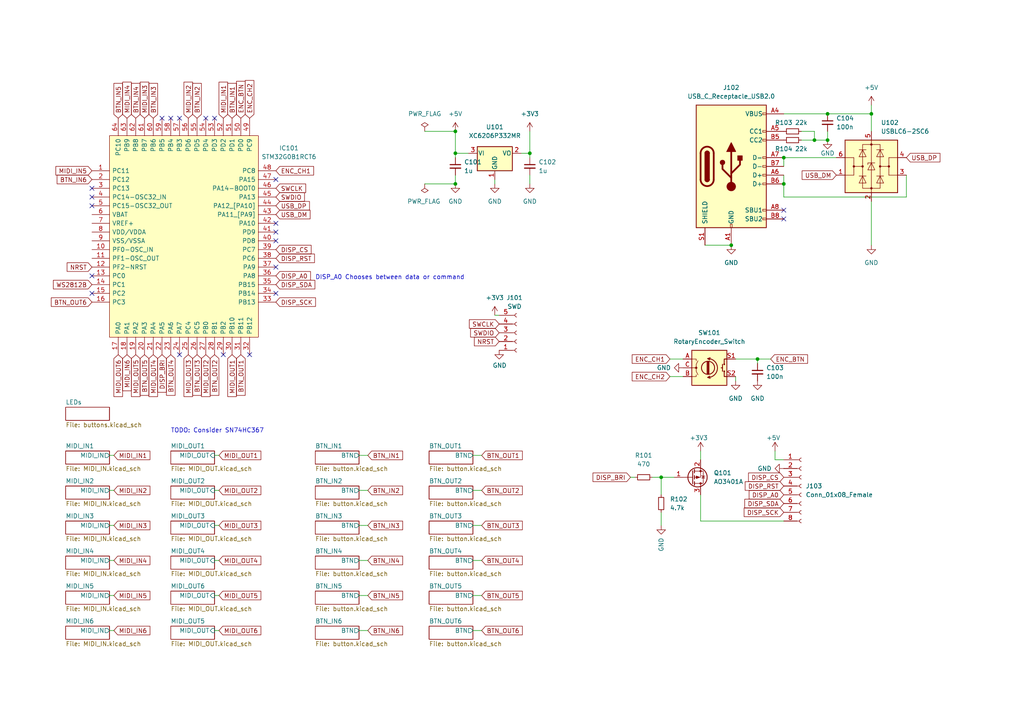
<source format=kicad_sch>
(kicad_sch (version 20211123) (generator eeschema)
  (paper "A4")
  (lib_symbols
    (symbol "Connector:Conn_01x05_Female" (pin_names (offset 1.016) hide)
      (property "Reference" "J" (at 0 7.62 0))
      (property "Value" "Conn_01x05_Female" (at 0 -7.62 0))
      (symbol "Conn_01x05_Female_1_1"
        (arc (start 0 -4.572) (mid -0.508 -5.08) (end 0 -5.588) (stroke (width 0.1524)))
        (arc (start 0 -2.032) (mid -0.508 -2.54) (end 0 -3.048) (stroke (width 0.1524)))
        (polyline (pts (xy -1.27 -5.08) (xy -0.508 -5.08)) (stroke (width 0.1524)))
        (polyline (pts (xy -1.27 -2.54) (xy -0.508 -2.54)) (stroke (width 0.1524)))
        (polyline (pts (xy -1.27 0) (xy -0.508 0)) (stroke (width 0.1524)))
        (polyline (pts (xy -1.27 2.54) (xy -0.508 2.54)) (stroke (width 0.1524)))
        (polyline (pts (xy -1.27 5.08) (xy -0.508 5.08)) (stroke (width 0.1524)))
        (arc (start 0 0.508) (mid -0.508 0) (end 0 -0.508) (stroke (width 0.1524)))
        (arc (start 0 3.048) (mid -0.508 2.54) (end 0 2.032) (stroke (width 0.1524)))
        (arc (start 0 5.588) (mid -0.508 5.08) (end 0 4.572) (stroke (width 0.1524)))
        (pin passive line (at -5.08 5.08 0) (length 3.81) (name "Pin_1") (number "1"))
        (pin passive line (at -5.08 2.54 0) (length 3.81) (name "Pin_2") (number "2"))
        (pin passive line (at -5.08 0 0) (length 3.81) (name "Pin_3") (number "3"))
        (pin passive line (at -5.08 -2.54 0) (length 3.81) (name "Pin_4") (number "4"))
        (pin passive line (at -5.08 -5.08 0) (length 3.81) (name "Pin_5") (number "5"))
      )
    )
    (symbol "Connector:Conn_01x08_Female" (pin_names (offset 1.016) hide)
      (property "Reference" "J" (at 0 10.16 0))
      (property "Value" "Conn_01x08_Female" (at 0 -12.7 0))
      (symbol "Conn_01x08_Female_1_1"
        (arc (start 0 -9.652) (mid -0.508 -10.16) (end 0 -10.668) (stroke (width 0.1524)))
        (arc (start 0 -7.112) (mid -0.508 -7.62) (end 0 -8.128) (stroke (width 0.1524)))
        (arc (start 0 -4.572) (mid -0.508 -5.08) (end 0 -5.588) (stroke (width 0.1524)))
        (arc (start 0 -2.032) (mid -0.508 -2.54) (end 0 -3.048) (stroke (width 0.1524)))
        (polyline (pts (xy -1.27 -10.16) (xy -0.508 -10.16)) (stroke (width 0.1524)))
        (polyline (pts (xy -1.27 -7.62) (xy -0.508 -7.62)) (stroke (width 0.1524)))
        (polyline (pts (xy -1.27 -5.08) (xy -0.508 -5.08)) (stroke (width 0.1524)))
        (polyline (pts (xy -1.27 -2.54) (xy -0.508 -2.54)) (stroke (width 0.1524)))
        (polyline (pts (xy -1.27 0) (xy -0.508 0)) (stroke (width 0.1524)))
        (polyline (pts (xy -1.27 2.54) (xy -0.508 2.54)) (stroke (width 0.1524)))
        (polyline (pts (xy -1.27 5.08) (xy -0.508 5.08)) (stroke (width 0.1524)))
        (polyline (pts (xy -1.27 7.62) (xy -0.508 7.62)) (stroke (width 0.1524)))
        (arc (start 0 0.508) (mid -0.508 0) (end 0 -0.508) (stroke (width 0.1524)))
        (arc (start 0 3.048) (mid -0.508 2.54) (end 0 2.032) (stroke (width 0.1524)))
        (arc (start 0 5.588) (mid -0.508 5.08) (end 0 4.572) (stroke (width 0.1524)))
        (arc (start 0 8.128) (mid -0.508 7.62) (end 0 7.112) (stroke (width 0.1524)))
        (pin passive line (at -5.08 7.62 0) (length 3.81) (name "Pin_1") (number "1"))
        (pin passive line (at -5.08 5.08 0) (length 3.81) (name "Pin_2") (number "2"))
        (pin passive line (at -5.08 2.54 0) (length 3.81) (name "Pin_3") (number "3"))
        (pin passive line (at -5.08 0 0) (length 3.81) (name "Pin_4") (number "4"))
        (pin passive line (at -5.08 -2.54 0) (length 3.81) (name "Pin_5") (number "5"))
        (pin passive line (at -5.08 -5.08 0) (length 3.81) (name "Pin_6") (number "6"))
        (pin passive line (at -5.08 -7.62 0) (length 3.81) (name "Pin_7") (number "7"))
        (pin passive line (at -5.08 -10.16 0) (length 3.81) (name "Pin_8") (number "8"))
      )
    )
    (symbol "Connector:USB_C_Receptacle_USB2.0" (pin_names (offset 1.016))
      (property "Reference" "J" (at -10.16 19.05 0))
      (property "Value" "USB_C_Receptacle_USB2.0" (at 19.05 19.05 0))
      (symbol "USB_C_Receptacle_USB2.0_0_0"
        (rectangle (start -0.254 -17.78) (end 0.254 -16.764))
        (rectangle (start 10.16 -14.986) (end 9.144 -15.494))
        (rectangle (start 10.16 -12.446) (end 9.144 -12.954))
        (rectangle (start 10.16 -4.826) (end 9.144 -5.334))
        (rectangle (start 10.16 -2.286) (end 9.144 -2.794))
        (rectangle (start 10.16 0.254) (end 9.144 -0.254))
        (rectangle (start 10.16 2.794) (end 9.144 2.286))
        (rectangle (start 10.16 7.874) (end 9.144 7.366))
        (rectangle (start 10.16 10.414) (end 9.144 9.906))
        (rectangle (start 10.16 15.494) (end 9.144 14.986))
      )
      (symbol "USB_C_Receptacle_USB2.0_0_1"
        (rectangle (start -10.16 17.78) (end 10.16 -17.78) (stroke (width 0.254)) (fill (type background)))
        (arc (start -8.89 -3.81) (mid -6.985 -5.715) (end -5.08 -3.81) (stroke (width 0.508)))
        (arc (start -7.62 -3.81) (mid -6.985 -4.445) (end -6.35 -3.81) (stroke (width 0.254)))
        (arc (start -7.62 -3.81) (mid -6.985 -4.445) (end -6.35 -3.81) (stroke (width 0.254)) (fill (type outline)))
        (rectangle (start -7.62 -3.81) (end -6.35 3.81) (stroke (width 0.254)) (fill (type outline)))
        (arc (start -6.35 3.81) (mid -6.985 4.445) (end -7.62 3.81) (stroke (width 0.254)))
        (arc (start -6.35 3.81) (mid -6.985 4.445) (end -7.62 3.81) (stroke (width 0.254)) (fill (type outline)))
        (arc (start -5.08 3.81) (mid -6.985 5.715) (end -8.89 3.81) (stroke (width 0.508)))
        (circle (center -2.54 1.143) (radius 0.635) (stroke (width 0.254)) (fill (type outline)))
        (circle (center 0 -5.842) (radius 1.27) (fill (type outline)))
        (polyline (pts (xy -8.89 -3.81) (xy -8.89 3.81)) (stroke (width 0.508)))
        (polyline (pts (xy -5.08 3.81) (xy -5.08 -3.81)) (stroke (width 0.508)))
        (polyline (pts (xy 0 -5.842) (xy 0 4.318)) (stroke (width 0.508)))
        (polyline (pts (xy 0 -3.302) (xy -2.54 -0.762) (xy -2.54 0.508)) (stroke (width 0.508)))
        (polyline (pts (xy 0 -2.032) (xy 2.54 0.508) (xy 2.54 1.778)) (stroke (width 0.508)))
        (polyline (pts (xy -1.27 4.318) (xy 0 6.858) (xy 1.27 4.318) (xy -1.27 4.318)) (stroke (width 0.254)) (fill (type outline)))
        (rectangle (start 1.905 1.778) (end 3.175 3.048) (stroke (width 0.254)) (fill (type outline)))
      )
      (symbol "USB_C_Receptacle_USB2.0_1_1"
        (pin passive line (at 0 -22.86 90) (length 5.08) (name "GND") (number "A1"))
        (pin passive line (at 0 -22.86 90) (length 5.08) hide (name "GND") (number "A12"))
        (pin passive line (at 15.24 15.24 180) (length 5.08) (name "VBUS") (number "A4"))
        (pin bidirectional line (at 15.24 10.16 180) (length 5.08) (name "CC1") (number "A5"))
        (pin bidirectional line (at 15.24 -2.54 180) (length 5.08) (name "D+") (number "A6"))
        (pin bidirectional line (at 15.24 2.54 180) (length 5.08) (name "D-") (number "A7"))
        (pin bidirectional line (at 15.24 -12.7 180) (length 5.08) (name "SBU1") (number "A8"))
        (pin passive line (at 15.24 15.24 180) (length 5.08) hide (name "VBUS") (number "A9"))
        (pin passive line (at 0 -22.86 90) (length 5.08) hide (name "GND") (number "B1"))
        (pin passive line (at 0 -22.86 90) (length 5.08) hide (name "GND") (number "B12"))
        (pin passive line (at 15.24 15.24 180) (length 5.08) hide (name "VBUS") (number "B4"))
        (pin bidirectional line (at 15.24 7.62 180) (length 5.08) (name "CC2") (number "B5"))
        (pin bidirectional line (at 15.24 -5.08 180) (length 5.08) (name "D+") (number "B6"))
        (pin bidirectional line (at 15.24 0 180) (length 5.08) (name "D-") (number "B7"))
        (pin bidirectional line (at 15.24 -15.24 180) (length 5.08) (name "SBU2") (number "B8"))
        (pin passive line (at 15.24 15.24 180) (length 5.08) hide (name "VBUS") (number "B9"))
        (pin passive line (at -7.62 -22.86 90) (length 5.08) (name "SHIELD") (number "S1"))
      )
    )
    (symbol "Device:C_Small" (pin_numbers hide) (pin_names (offset 0.254) hide)
      (property "Reference" "C" (at 0.254 1.778 0))
      (property "Value" "C_Small" (at 0.254 -2.032 0))
      (symbol "C_Small_0_1"
        (polyline (pts (xy -1.524 -0.508) (xy 1.524 -0.508)) (stroke (width 0.3302)))
        (polyline (pts (xy -1.524 0.508) (xy 1.524 0.508)) (stroke (width 0.3048)))
      )
      (symbol "C_Small_1_1"
        (pin passive line (at 0 2.54 270) (length 2.032) (name "~") (number "1"))
        (pin passive line (at 0 -2.54 90) (length 2.032) (name "~") (number "2"))
      )
    )
    (symbol "Device:R_Small" (pin_numbers hide) (pin_names (offset 0.254) hide)
      (property "Reference" "R" (at 0.762 0.508 0))
      (property "Value" "R_Small" (at 0.762 -1.016 0))
      (symbol "R_Small_0_1"
        (rectangle (start -0.762 1.778) (end 0.762 -1.778) (stroke (width 0.2032)))
      )
      (symbol "R_Small_1_1"
        (pin passive line (at 0 2.54 270) (length 0.762) (name "~") (number "1"))
        (pin passive line (at 0 -2.54 90) (length 0.762) (name "~") (number "2"))
      )
    )
    (symbol "Device:RotaryEncoder_Switch" (pin_names (offset 0.254) hide)
      (property "Reference" "SW" (at 0 6.604 0))
      (property "Value" "RotaryEncoder_Switch" (at 0 -6.604 0))
      (symbol "RotaryEncoder_Switch_0_1"
        (rectangle (start -5.08 5.08) (end 5.08 -5.08) (stroke (width 0.254)) (fill (type background)))
        (circle (center -3.81 0) (radius 0.254) (fill (type outline)))
        (arc (start -0.381 -2.794) (mid 2.3622 -0.0508) (end -0.381 2.667) (stroke (width 0.254)))
        (circle (center -0.381 0) (radius 1.905) (stroke (width 0.254)))
        (polyline (pts (xy -0.635 -1.778) (xy -0.635 1.778)) (stroke (width 0.254)))
        (polyline (pts (xy -0.381 -1.778) (xy -0.381 1.778)) (stroke (width 0.254)))
        (polyline (pts (xy -0.127 1.778) (xy -0.127 -1.778)) (stroke (width 0.254)))
        (polyline (pts (xy 3.81 0) (xy 3.429 0)) (stroke (width 0.254)))
        (polyline (pts (xy 3.81 1.016) (xy 3.81 -1.016)) (stroke (width 0.254)))
        (polyline (pts (xy -5.08 -2.54) (xy -3.81 -2.54) (xy -3.81 -2.032)))
        (polyline (pts (xy -5.08 2.54) (xy -3.81 2.54) (xy -3.81 2.032)))
        (polyline (pts (xy 0.254 -3.048) (xy -0.508 -2.794) (xy 0.127 -2.413)) (stroke (width 0.254)))
        (polyline (pts (xy 0.254 2.921) (xy -0.508 2.667) (xy 0.127 2.286)) (stroke (width 0.254)))
        (polyline (pts (xy 5.08 -2.54) (xy 4.318 -2.54) (xy 4.318 -1.016)) (stroke (width 0.254)))
        (polyline (pts (xy 5.08 2.54) (xy 4.318 2.54) (xy 4.318 1.016)) (stroke (width 0.254)))
        (polyline (pts (xy -5.08 0) (xy -3.81 0) (xy -3.81 -1.016) (xy -3.302 -2.032)))
        (polyline (pts (xy -4.318 0) (xy -3.81 0) (xy -3.81 1.016) (xy -3.302 2.032)))
        (circle (center 4.318 -1.016) (radius 0.127) (stroke (width 0.254)))
        (circle (center 4.318 1.016) (radius 0.127) (stroke (width 0.254)))
      )
      (symbol "RotaryEncoder_Switch_1_1"
        (pin passive line (at -7.62 2.54 0) (length 2.54) (name "A") (number "A"))
        (pin passive line (at -7.62 -2.54 0) (length 2.54) (name "B") (number "B"))
        (pin passive line (at -7.62 0 0) (length 2.54) (name "C") (number "C"))
        (pin passive line (at 7.62 2.54 180) (length 2.54) (name "S1") (number "S1"))
        (pin passive line (at 7.62 -2.54 180) (length 2.54) (name "S2") (number "S2"))
      )
    )
    (symbol "Power_Protection:USBLC6-2SC6" (pin_names hide)
      (property "Reference" "U" (at 2.54 8.89 0))
      (property "Value" "USBLC6-2SC6" (at 2.54 -8.89 0))
      (symbol "USBLC6-2SC6_0_1"
        (rectangle (start -7.62 -7.62) (end 7.62 7.62) (stroke (width 0.254)) (fill (type background)))
        (circle (center -5.08 0) (radius 0.254) (fill (type outline)))
        (circle (center -2.54 0) (radius 0.254) (fill (type outline)))
        (rectangle (start -2.54 6.35) (end 2.54 -6.35))
        (circle (center 0 -6.35) (radius 0.254) (fill (type outline)))
        (polyline (pts (xy -5.08 -2.54) (xy -7.62 -2.54)))
        (polyline (pts (xy -5.08 0) (xy -5.08 -2.54)))
        (polyline (pts (xy -5.08 2.54) (xy -7.62 2.54)))
        (polyline (pts (xy -1.524 -2.794) (xy -3.556 -2.794)))
        (polyline (pts (xy -1.524 4.826) (xy -3.556 4.826)))
        (polyline (pts (xy 0 -7.62) (xy 0 -6.35)))
        (polyline (pts (xy 0 -6.35) (xy 0 1.27)))
        (polyline (pts (xy 0 1.27) (xy 0 6.35)))
        (polyline (pts (xy 0 6.35) (xy 0 7.62)))
        (polyline (pts (xy 1.524 -2.794) (xy 3.556 -2.794)))
        (polyline (pts (xy 1.524 4.826) (xy 3.556 4.826)))
        (polyline (pts (xy 5.08 -2.54) (xy 7.62 -2.54)))
        (polyline (pts (xy 5.08 0) (xy 5.08 -2.54)))
        (polyline (pts (xy 5.08 2.54) (xy 7.62 2.54)))
        (polyline (pts (xy -2.54 0) (xy -5.08 0) (xy -5.08 2.54)))
        (polyline (pts (xy 2.54 0) (xy 5.08 0) (xy 5.08 2.54)))
        (polyline (pts (xy -3.556 -4.826) (xy -1.524 -4.826) (xy -2.54 -2.794) (xy -3.556 -4.826)))
        (polyline (pts (xy -3.556 2.794) (xy -1.524 2.794) (xy -2.54 4.826) (xy -3.556 2.794)))
        (polyline (pts (xy -1.016 -1.016) (xy 1.016 -1.016) (xy 0 1.016) (xy -1.016 -1.016)))
        (polyline (pts (xy 1.016 1.016) (xy 0.762 1.016) (xy -1.016 1.016) (xy -1.016 0.508)))
        (polyline (pts (xy 3.556 -4.826) (xy 1.524 -4.826) (xy 2.54 -2.794) (xy 3.556 -4.826)))
        (polyline (pts (xy 3.556 2.794) (xy 1.524 2.794) (xy 2.54 4.826) (xy 3.556 2.794)))
        (circle (center 0 6.35) (radius 0.254) (fill (type outline)))
        (circle (center 2.54 0) (radius 0.254) (fill (type outline)))
        (circle (center 5.08 0) (radius 0.254) (fill (type outline)))
      )
      (symbol "USBLC6-2SC6_1_1"
        (pin passive line (at -10.16 -2.54 0) (length 2.54) (name "I/O1") (number "1"))
        (pin passive line (at 0 -10.16 90) (length 2.54) (name "GND") (number "2"))
        (pin passive line (at 10.16 -2.54 180) (length 2.54) (name "I/O2") (number "3"))
        (pin passive line (at 10.16 2.54 180) (length 2.54) (name "I/O2") (number "4"))
        (pin passive line (at 0 10.16 270) (length 2.54) (name "VBUS") (number "5"))
        (pin passive line (at -10.16 2.54 0) (length 2.54) (name "I/O1") (number "6"))
      )
    )
    (symbol "Regulator_Linear:XC6206PxxxMR" (pin_names (offset 0.254))
      (property "Reference" "U" (at -3.81 3.175 0))
      (property "Value" "XC6206PxxxMR" (at 0 3.175 0))
      (symbol "XC6206PxxxMR_0_1"
        (rectangle (start -5.08 1.905) (end 5.08 -5.08) (stroke (width 0.254)) (fill (type background)))
      )
      (symbol "XC6206PxxxMR_1_1"
        (pin power_in line (at 0 -7.62 90) (length 2.54) (name "GND") (number "1"))
        (pin power_out line (at 7.62 0 180) (length 2.54) (name "VO") (number "2"))
        (pin power_in line (at -7.62 0 0) (length 2.54) (name "VI") (number "3"))
      )
    )
    (symbol "STM32:STM32G0B1RCT6" (pin_names (offset 0.762))
      (property "Reference" "IC" (at 49.53 15.24 0))
      (property "Value" "STM32G0B1RCT6" (at 49.53 12.7 0))
      (symbol "STM32G0B1RCT6_0_0"
        (pin passive line (at 0 0 0) (length 5.08) (name "PC11") (number "1"))
        (pin passive line (at 0 -22.86 0) (length 5.08) (name "PF0-OSC_IN") (number "10"))
        (pin passive line (at 0 -25.4 0) (length 5.08) (name "PF1-OSC_OUT") (number "11"))
        (pin passive line (at 0 -27.94 0) (length 5.08) (name "PF2-NRST") (number "12"))
        (pin passive line (at 0 -30.48 0) (length 5.08) (name "PC0") (number "13"))
        (pin passive line (at 0 -33.02 0) (length 5.08) (name "PC1") (number "14"))
        (pin passive line (at 0 -35.56 0) (length 5.08) (name "PC2") (number "15"))
        (pin passive line (at 0 -38.1 0) (length 5.08) (name "PC3") (number "16"))
        (pin passive line (at 7.62 -53.34 90) (length 5.08) (name "PA0") (number "17"))
        (pin passive line (at 10.16 -53.34 90) (length 5.08) (name "PA1") (number "18"))
        (pin passive line (at 12.7 -53.34 90) (length 5.08) (name "PA2") (number "19"))
        (pin passive line (at 0 -2.54 0) (length 5.08) (name "PC12") (number "2"))
        (pin passive line (at 15.24 -53.34 90) (length 5.08) (name "PA3") (number "20"))
        (pin passive line (at 17.78 -53.34 90) (length 5.08) (name "PA4") (number "21"))
        (pin passive line (at 20.32 -53.34 90) (length 5.08) (name "PA5") (number "22"))
        (pin passive line (at 22.86 -53.34 90) (length 5.08) (name "PA6") (number "23"))
        (pin passive line (at 25.4 -53.34 90) (length 5.08) (name "PA7") (number "24"))
        (pin passive line (at 27.94 -53.34 90) (length 5.08) (name "PC4") (number "25"))
        (pin passive line (at 30.48 -53.34 90) (length 5.08) (name "PC5") (number "26"))
        (pin passive line (at 33.02 -53.34 90) (length 5.08) (name "PB0") (number "27"))
        (pin passive line (at 35.56 -53.34 90) (length 5.08) (name "PB1") (number "28"))
        (pin passive line (at 38.1 -53.34 90) (length 5.08) (name "PB2") (number "29"))
        (pin passive line (at 0 -5.08 0) (length 5.08) (name "PC13") (number "3"))
        (pin passive line (at 40.64 -53.34 90) (length 5.08) (name "PB10") (number "30"))
        (pin passive line (at 43.18 -53.34 90) (length 5.08) (name "PB11") (number "31"))
        (pin passive line (at 45.72 -53.34 90) (length 5.08) (name "PB12") (number "32"))
        (pin passive line (at 53.34 -38.1 180) (length 5.08) (name "PB13") (number "33"))
        (pin passive line (at 53.34 -35.56 180) (length 5.08) (name "PB14") (number "34"))
        (pin passive line (at 53.34 -33.02 180) (length 5.08) (name "PB15") (number "35"))
        (pin passive line (at 53.34 -30.48 180) (length 5.08) (name "PA8") (number "36"))
        (pin passive line (at 53.34 -27.94 180) (length 5.08) (name "PA9") (number "37"))
        (pin passive line (at 53.34 -25.4 180) (length 5.08) (name "PC6") (number "38"))
        (pin passive line (at 53.34 -22.86 180) (length 5.08) (name "PC7") (number "39"))
        (pin passive line (at 0 -7.62 0) (length 5.08) (name "PC14-OSC32_IN") (number "4"))
        (pin passive line (at 53.34 -20.32 180) (length 5.08) (name "PD8") (number "40"))
        (pin passive line (at 53.34 -17.78 180) (length 5.08) (name "PD9") (number "41"))
        (pin passive line (at 53.34 -15.24 180) (length 5.08) (name "PA10") (number "42"))
        (pin passive line (at 53.34 -12.7 180) (length 5.08) (name "PA11_[PA9]") (number "43"))
        (pin passive line (at 53.34 -10.16 180) (length 5.08) (name "PA12_[PA10]") (number "44"))
        (pin passive line (at 53.34 -7.62 180) (length 5.08) (name "PA13") (number "45"))
        (pin passive line (at 53.34 -5.08 180) (length 5.08) (name "PA14-BOOT0") (number "46"))
        (pin passive line (at 53.34 -2.54 180) (length 5.08) (name "PA15") (number "47"))
        (pin passive line (at 53.34 0 180) (length 5.08) (name "PC8") (number "48"))
        (pin passive line (at 45.72 15.24 270) (length 5.08) (name "PC9") (number "49"))
        (pin passive line (at 0 -10.16 0) (length 5.08) (name "PC15-OSC32_OUT") (number "5"))
        (pin passive line (at 43.18 15.24 270) (length 5.08) (name "PD0") (number "50"))
        (pin passive line (at 40.64 15.24 270) (length 5.08) (name "PD1") (number "51"))
        (pin passive line (at 38.1 15.24 270) (length 5.08) (name "PD2") (number "52"))
        (pin passive line (at 35.56 15.24 270) (length 5.08) (name "PD3") (number "53"))
        (pin passive line (at 33.02 15.24 270) (length 5.08) (name "PD4") (number "54"))
        (pin passive line (at 30.48 15.24 270) (length 5.08) (name "PD5") (number "55"))
        (pin passive line (at 27.94 15.24 270) (length 5.08) (name "PD6") (number "56"))
        (pin passive line (at 25.4 15.24 270) (length 5.08) (name "PB3") (number "57"))
        (pin passive line (at 22.86 15.24 270) (length 5.08) (name "PB4") (number "58"))
        (pin passive line (at 20.32 15.24 270) (length 5.08) (name "PB5") (number "59"))
        (pin passive line (at 0 -12.7 0) (length 5.08) (name "VBAT") (number "6"))
        (pin passive line (at 17.78 15.24 270) (length 5.08) (name "PB6") (number "60"))
        (pin passive line (at 15.24 15.24 270) (length 5.08) (name "PB7") (number "61"))
        (pin passive line (at 12.7 15.24 270) (length 5.08) (name "PB8") (number "62"))
        (pin passive line (at 10.16 15.24 270) (length 5.08) (name "PB9") (number "63"))
        (pin passive line (at 7.62 15.24 270) (length 5.08) (name "PC10") (number "64"))
        (pin passive line (at 0 -15.24 0) (length 5.08) (name "VREF+") (number "7"))
        (pin passive line (at 0 -17.78 0) (length 5.08) (name "VDD/VDDA") (number "8"))
        (pin passive line (at 0 -20.32 0) (length 5.08) (name "VSS/VSSA") (number "9"))
      )
      (symbol "STM32G0B1RCT6_0_1"
        (polyline (pts (xy 5.08 10.16) (xy 48.26 10.16) (xy 48.26 -48.26) (xy 5.08 -48.26) (xy 5.08 10.16)) (stroke (width 0.1524)) (fill (type background)))
      )
    )
    (symbol "Transistor_FET:AO3401A" (pin_names hide)
      (property "Reference" "Q" (at 5.08 1.905 0))
      (property "Value" "AO3401A" (at 5.08 0 0))
      (symbol "AO3401A_0_1"
        (polyline (pts (xy 0.254 0) (xy -2.54 0)))
        (polyline (pts (xy 0.254 1.905) (xy 0.254 -1.905)) (stroke (width 0.254)))
        (polyline (pts (xy 0.762 -1.27) (xy 0.762 -2.286)) (stroke (width 0.254)))
        (polyline (pts (xy 0.762 0.508) (xy 0.762 -0.508)) (stroke (width 0.254)))
        (polyline (pts (xy 0.762 2.286) (xy 0.762 1.27)) (stroke (width 0.254)))
        (polyline (pts (xy 2.54 2.54) (xy 2.54 1.778)))
        (polyline (pts (xy 2.54 -2.54) (xy 2.54 0) (xy 0.762 0)))
        (polyline (pts (xy 0.762 1.778) (xy 3.302 1.778) (xy 3.302 -1.778) (xy 0.762 -1.778)))
        (polyline (pts (xy 2.286 0) (xy 1.27 0.381) (xy 1.27 -0.381) (xy 2.286 0)) (fill (type outline)))
        (polyline (pts (xy 2.794 -0.508) (xy 2.921 -0.381) (xy 3.683 -0.381) (xy 3.81 -0.254)))
        (polyline (pts (xy 3.302 -0.381) (xy 2.921 0.254) (xy 3.683 0.254) (xy 3.302 -0.381)))
        (circle (center 1.651 0) (radius 2.794) (stroke (width 0.254)))
        (circle (center 2.54 -1.778) (radius 0.254) (fill (type outline)))
        (circle (center 2.54 1.778) (radius 0.254) (fill (type outline)))
      )
      (symbol "AO3401A_1_1"
        (pin input line (at -5.08 0 0) (length 2.54) (name "G") (number "1"))
        (pin passive line (at 2.54 -5.08 90) (length 2.54) (name "S") (number "2"))
        (pin passive line (at 2.54 5.08 270) (length 2.54) (name "D") (number "3"))
      )
    )
    (symbol "power:+3V3" (power) (pin_names (offset 0))
      (property "Value" "+3V3" (at 0 3.556 0))
      (symbol "+3V3_0_1"
        (polyline (pts (xy -0.762 1.27) (xy 0 2.54)))
        (polyline (pts (xy 0 0) (xy 0 2.54)))
        (polyline (pts (xy 0 2.54) (xy 0.762 1.27)))
      )
      (symbol "+3V3_1_1"
        (pin power_in line (at 0 0 90) (length 0) hide (name "+3V3") (number "1"))
      )
    )
    (symbol "power:+5V" (power) (pin_names (offset 0))
      (property "Value" "+5V" (at 0 3.556 0))
      (symbol "+5V_0_1"
        (polyline (pts (xy -0.762 1.27) (xy 0 2.54)))
        (polyline (pts (xy 0 0) (xy 0 2.54)))
        (polyline (pts (xy 0 2.54) (xy 0.762 1.27)))
      )
      (symbol "+5V_1_1"
        (pin power_in line (at 0 0 90) (length 0) hide (name "+5V") (number "1"))
      )
    )
    (symbol "power:GND" (power) (pin_names (offset 0))
      (property "Value" "GND" (at 0 -3.81 0))
      (symbol "GND_0_1"
        (polyline (pts (xy 0 0) (xy 0 -1.27) (xy 1.27 -1.27) (xy 0 -2.54) (xy -1.27 -1.27) (xy 0 -1.27)))
      )
      (symbol "GND_1_1"
        (pin power_in line (at 0 0 270) (length 0) hide (name "GND") (number "1"))
      )
    )
    (symbol "power:PWR_FLAG" (power) (pin_numbers hide) (pin_names (offset 0) hide)
      (property "Value" "PWR_FLAG" (at 0 3.81 0))
      (symbol "PWR_FLAG_0_0"
        (pin power_out line (at 0 0 90) (length 0) (name "pwr") (number "1"))
      )
      (symbol "PWR_FLAG_0_1"
        (polyline (pts (xy 0 0) (xy 0 1.27) (xy -1.016 1.905) (xy 0 2.54) (xy 1.016 1.905) (xy 0 1.27)))
      )
    )
  )
  (junction (at 219.71 104.14))
  (junction (at 240.03 40.64))
  (junction (at 252.73 33.02))
  (junction (at 153.67 44.45))
  (junction (at 212.09 71.12))
  (junction (at 132.08 53.34))
  (junction (at 132.08 44.45))
  (junction (at 132.08 38.1))
  (junction (at 227.33 45.72))
  (junction (at 191.77 138.43))
  (junction (at 236.22 40.64))
  (junction (at 240.03 33.02))
  (junction (at 227.33 53.34))
  (no_connect (at 72.39 102.87))
  (no_connect (at 80.01 52.07))
  (no_connect (at 80.01 64.77))
  (no_connect (at 80.01 85.09))
  (no_connect (at 227.33 60.96))
  (no_connect (at 64.77 102.87))
  (no_connect (at 46.99 34.29))
  (no_connect (at 26.67 57.15))
  (no_connect (at 26.67 54.61))
  (no_connect (at 26.67 85.09))
  (no_connect (at 26.67 80.01))
  (no_connect (at 80.01 77.47))
  (no_connect (at 227.33 63.5))
  (no_connect (at 52.07 102.87))
  (no_connect (at 52.07 34.29))
  (no_connect (at 80.01 67.31))
  (no_connect (at 59.69 34.29))
  (no_connect (at 80.01 69.85))
  (no_connect (at 62.23 34.29))
  (no_connect (at 49.53 34.29))
  (no_connect (at 26.67 59.69))
  (wire (pts (xy 194.31 104.14) (xy 198.12 104.14)))
  (wire (pts (xy 219.71 104.14) (xy 219.71 105.41)))
  (wire (pts (xy 252.73 71.12) (xy 252.73 58.42)))
  (wire (pts (xy 62.23 162.56) (xy 63.5 162.56)))
  (wire (pts (xy 236.22 40.64) (xy 240.03 40.64)))
  (wire (pts (xy 213.36 109.22) (xy 213.36 110.49)))
  (wire (pts (xy 224.79 133.35) (xy 227.33 133.35)))
  (wire (pts (xy 224.79 130.81) (xy 224.79 133.35)))
  (wire (pts (xy 223.52 104.14) (xy 219.71 104.14)))
  (wire (pts (xy 62.23 182.88) (xy 63.5 182.88)))
  (wire (pts (xy 232.41 38.1) (xy 236.22 38.1)))
  (wire (pts (xy 194.31 109.22) (xy 198.12 109.22)))
  (wire (pts (xy 203.2 143.51) (xy 203.2 151.13)))
  (wire (pts (xy 31.75 172.72) (xy 33.02 172.72)))
  (wire (pts (xy 219.71 104.14) (xy 213.36 104.14)))
  (wire (pts (xy 227.33 45.72) (xy 242.57 45.72)))
  (wire (pts (xy 232.41 40.64) (xy 236.22 40.64)))
  (wire (pts (xy 227.33 50.8) (xy 227.33 53.34)))
  (wire (pts (xy 203.2 151.13) (xy 227.33 151.13)))
  (wire (pts (xy 189.23 138.43) (xy 191.77 138.43)))
  (wire (pts (xy 227.33 45.72) (xy 227.33 48.26)))
  (wire (pts (xy 227.33 33.02) (xy 240.03 33.02)))
  (wire (pts (xy 195.58 138.43) (xy 191.77 138.43)))
  (wire (pts (xy 262.89 57.15) (xy 262.89 50.8)))
  (wire (pts (xy 132.08 44.45) (xy 132.08 45.72)))
  (wire (pts (xy 143.51 52.07) (xy 143.51 53.34)))
  (wire (pts (xy 31.75 142.24) (xy 33.02 142.24)))
  (wire (pts (xy 204.47 71.12) (xy 212.09 71.12)))
  (wire (pts (xy 191.77 148.59) (xy 191.77 152.4)))
  (wire (pts (xy 31.75 182.88) (xy 33.02 182.88)))
  (wire (pts (xy 104.14 162.56) (xy 106.68 162.56)))
  (wire (pts (xy 62.23 132.08) (xy 63.5 132.08)))
  (wire (pts (xy 137.16 182.88) (xy 139.7 182.88)))
  (wire (pts (xy 137.16 162.56) (xy 139.7 162.56)))
  (wire (pts (xy 123.19 38.1) (xy 132.08 38.1)))
  (wire (pts (xy 153.67 38.1) (xy 153.67 44.45)))
  (wire (pts (xy 143.51 91.44) (xy 144.78 91.44)))
  (wire (pts (xy 153.67 50.8) (xy 153.67 53.34)))
  (wire (pts (xy 104.14 132.08) (xy 106.68 132.08)))
  (wire (pts (xy 240.03 33.02) (xy 252.73 33.02)))
  (wire (pts (xy 137.16 152.4) (xy 139.7 152.4)))
  (wire (pts (xy 191.77 138.43) (xy 191.77 143.51)))
  (wire (pts (xy 31.75 132.08) (xy 33.02 132.08)))
  (wire (pts (xy 31.75 152.4) (xy 33.02 152.4)))
  (wire (pts (xy 252.73 33.02) (xy 252.73 38.1)))
  (wire (pts (xy 62.23 142.24) (xy 63.5 142.24)))
  (wire (pts (xy 227.33 57.15) (xy 262.89 57.15)))
  (wire (pts (xy 252.73 30.48) (xy 252.73 33.02)))
  (wire (pts (xy 153.67 44.45) (xy 153.67 45.72)))
  (wire (pts (xy 62.23 172.72) (xy 63.5 172.72)))
  (wire (pts (xy 137.16 172.72) (xy 139.7 172.72)))
  (wire (pts (xy 104.14 172.72) (xy 106.68 172.72)))
  (wire (pts (xy 123.19 53.34) (xy 132.08 53.34)))
  (wire (pts (xy 236.22 38.1) (xy 236.22 40.64)))
  (wire (pts (xy 104.14 142.24) (xy 106.68 142.24)))
  (wire (pts (xy 104.14 152.4) (xy 106.68 152.4)))
  (wire (pts (xy 62.23 152.4) (xy 63.5 152.4)))
  (wire (pts (xy 31.75 162.56) (xy 33.02 162.56)))
  (wire (pts (xy 184.15 138.43) (xy 182.88 138.43)))
  (wire (pts (xy 227.33 53.34) (xy 227.33 57.15)))
  (wire (pts (xy 135.89 44.45) (xy 132.08 44.45)))
  (wire (pts (xy 240.03 40.64) (xy 240.03 38.1)))
  (wire (pts (xy 132.08 38.1) (xy 132.08 44.45)))
  (wire (pts (xy 104.14 182.88) (xy 106.68 182.88)))
  (wire (pts (xy 132.08 50.8) (xy 132.08 53.34)))
  (wire (pts (xy 203.2 130.81) (xy 203.2 133.35)))
  (wire (pts (xy 151.13 44.45) (xy 153.67 44.45)))
  (wire (pts (xy 137.16 142.24) (xy 139.7 142.24)))
  (wire (pts (xy 137.16 132.08) (xy 139.7 132.08)))
  (text "TODO: Consider SN74HC367 " (at 49.53 125.73 0) (effects (font (size 1.27 1.27)) (justify left bottom)))
  (text "DISP_A0 Chooses between data or command" (at 91.44 81.28 0) (effects (font (size 1.27 1.27)) (justify left bottom)))
  (global_label "MIDI_OUT6" (shape input) (at 34.29 102.87 270) (property "Intersheet References" "${INTERSHEET_REFS}" (effects hide)))
  (global_label "BTN_OUT4" (shape input) (at 49.53 102.87 270) (property "Intersheet References" "${INTERSHEET_REFS}" (effects hide)))
  (global_label "BTN_IN4" (shape input) (at 39.37 34.29 90) (property "Intersheet References" "${INTERSHEET_REFS}" (effects hide)))
  (global_label "MIDI_IN1" (shape input) (at 33.02 132.08 0) (property "Intersheet References" "${INTERSHEET_REFS}" (effects hide)))
  (global_label "ENC_CH2" (shape input) (at 194.31 109.22 180) (property "Intersheet References" "${INTERSHEET_REFS}" (effects hide)))
  (global_label "BTN_OUT6" (shape input) (at 26.67 87.63 180) (property "Intersheet References" "${INTERSHEET_REFS}" (effects hide)))
  (global_label "USB_DP" (shape input) (at 262.89 45.72 0) (property "Intersheet References" "${INTERSHEET_REFS}" (effects hide)))
  (global_label "MIDI_OUT2" (shape input) (at 63.5 142.24 0) (property "Intersheet References" "${INTERSHEET_REFS}" (effects hide)))
  (global_label "BTN_IN1" (shape input) (at 106.68 132.08 0) (property "Intersheet References" "${INTERSHEET_REFS}" (effects hide)))
  (global_label "DISP_SCK" (shape input) (at 227.33 148.59 180) (property "Intersheet References" "${INTERSHEET_REFS}" (effects hide)))
  (global_label "SWDIO" (shape input) (at 144.78 96.52 180) (property "Intersheet References" "${INTERSHEET_REFS}" (effects hide)))
  (global_label "BTN_IN6" (shape input) (at 106.68 182.88 0) (property "Intersheet References" "${INTERSHEET_REFS}" (effects hide)))
  (global_label "MIDI_IN6" (shape input) (at 33.02 182.88 0) (property "Intersheet References" "${INTERSHEET_REFS}" (effects hide)))
  (global_label "BTN_IN3" (shape input) (at 106.68 152.4 0) (property "Intersheet References" "${INTERSHEET_REFS}" (effects hide)))
  (global_label "BTN_IN1" (shape input) (at 67.31 34.29 90) (property "Intersheet References" "${INTERSHEET_REFS}" (effects hide)))
  (global_label "BTN_IN5" (shape input) (at 34.29 34.29 90) (property "Intersheet References" "${INTERSHEET_REFS}" (effects hide)))
  (global_label "MIDI_IN4" (shape input) (at 36.83 34.29 90) (property "Intersheet References" "${INTERSHEET_REFS}" (effects hide)))
  (global_label "DISP_A0" (shape input) (at 80.01 80.01 0) (property "Intersheet References" "${INTERSHEET_REFS}" (effects hide)))
  (global_label "MIDI_OUT4" (shape input) (at 63.5 162.56 0) (property "Intersheet References" "${INTERSHEET_REFS}" (effects hide)))
  (global_label "MIDI_OUT2" (shape input) (at 59.69 102.87 270) (property "Intersheet References" "${INTERSHEET_REFS}" (effects hide)))
  (global_label "BTN_OUT6" (shape input) (at 139.7 182.88 0) (property "Intersheet References" "${INTERSHEET_REFS}" (effects hide)))
  (global_label "MIDI_OUT5" (shape input) (at 39.37 102.87 270) (property "Intersheet References" "${INTERSHEET_REFS}" (effects hide)))
  (global_label "BTN_OUT2" (shape input) (at 62.23 102.87 270) (property "Intersheet References" "${INTERSHEET_REFS}" (effects hide)))
  (global_label "MIDI_IN2" (shape input) (at 54.61 34.29 90) (property "Intersheet References" "${INTERSHEET_REFS}" (effects hide)))
  (global_label "DISP_SDA" (shape input) (at 227.33 146.05 180) (property "Intersheet References" "${INTERSHEET_REFS}" (effects hide)))
  (global_label "BTN_OUT5" (shape input) (at 139.7 172.72 0) (property "Intersheet References" "${INTERSHEET_REFS}" (effects hide)))
  (global_label "MIDI_OUT1" (shape input) (at 63.5 132.08 0) (property "Intersheet References" "${INTERSHEET_REFS}" (effects hide)))
  (global_label "DISP_RST" (shape input) (at 227.33 140.97 180) (property "Intersheet References" "${INTERSHEET_REFS}" (effects hide)))
  (global_label "BTN_OUT5" (shape input) (at 41.91 102.87 270) (property "Intersheet References" "${INTERSHEET_REFS}" (effects hide)))
  (global_label "BTN_OUT1" (shape input) (at 139.7 132.08 0) (property "Intersheet References" "${INTERSHEET_REFS}" (effects hide)))
  (global_label "USB_DM" (shape input) (at 242.57 50.8 180) (property "Intersheet References" "${INTERSHEET_REFS}" (effects hide)))
  (global_label "DISP_BRI" (shape input) (at 46.99 102.87 270) (property "Intersheet References" "${INTERSHEET_REFS}" (effects hide)))
  (global_label "SWDIO" (shape input) (at 80.01 57.15 0) (property "Intersheet References" "${INTERSHEET_REFS}" (effects hide)))
  (global_label "BTN_OUT2" (shape input) (at 139.7 142.24 0) (property "Intersheet References" "${INTERSHEET_REFS}" (effects hide)))
  (global_label "MIDI_IN5" (shape input) (at 26.67 49.53 180) (property "Intersheet References" "${INTERSHEET_REFS}" (effects hide)))
  (global_label "MIDI_OUT4" (shape input) (at 44.45 102.87 270) (property "Intersheet References" "${INTERSHEET_REFS}" (effects hide)))
  (global_label "BTN_IN3" (shape input) (at 44.45 34.29 90) (property "Intersheet References" "${INTERSHEET_REFS}" (effects hide)))
  (global_label "BTN_IN6" (shape input) (at 26.67 52.07 180) (property "Intersheet References" "${INTERSHEET_REFS}" (effects hide)))
  (global_label "MIDI_IN1" (shape input) (at 64.77 34.29 90) (property "Intersheet References" "${INTERSHEET_REFS}" (effects hide)))
  (global_label "MIDI_IN3" (shape input) (at 41.91 34.29 90) (property "Intersheet References" "${INTERSHEET_REFS}" (effects hide)))
  (global_label "MIDI_OUT3" (shape input) (at 63.5 152.4 0) (property "Intersheet References" "${INTERSHEET_REFS}" (effects hide)))
  (global_label "DISP_SCK" (shape input) (at 80.01 87.63 0) (property "Intersheet References" "${INTERSHEET_REFS}" (effects hide)))
  (global_label "BTN_IN4" (shape input) (at 106.68 162.56 0) (property "Intersheet References" "${INTERSHEET_REFS}" (effects hide)))
  (global_label "MIDI_IN2" (shape input) (at 33.02 142.24 0) (property "Intersheet References" "${INTERSHEET_REFS}" (effects hide)))
  (global_label "MIDI_OUT1" (shape input) (at 67.31 102.87 270) (property "Intersheet References" "${INTERSHEET_REFS}" (effects hide)))
  (global_label "WS2812B" (shape input) (at 26.67 82.55 180) (property "Intersheet References" "${INTERSHEET_REFS}" (effects hide)))
  (global_label "MIDI_IN3" (shape input) (at 33.02 152.4 0) (property "Intersheet References" "${INTERSHEET_REFS}" (effects hide)))
  (global_label "MIDI_OUT5" (shape input) (at 63.5 172.72 0) (property "Intersheet References" "${INTERSHEET_REFS}" (effects hide)))
  (global_label "BTN_OUT3" (shape input) (at 57.15 102.87 270) (property "Intersheet References" "${INTERSHEET_REFS}" (effects hide)))
  (global_label "MIDI_OUT6" (shape input) (at 63.5 182.88 0) (property "Intersheet References" "${INTERSHEET_REFS}" (effects hide)))
  (global_label "DISP_SDA" (shape input) (at 80.01 82.55 0) (property "Intersheet References" "${INTERSHEET_REFS}" (effects hide)))
  (global_label "DISP_A0" (shape input) (at 227.33 143.51 180) (property "Intersheet References" "${INTERSHEET_REFS}" (effects hide)))
  (global_label "MIDI_IN4" (shape input) (at 33.02 162.56 0) (property "Intersheet References" "${INTERSHEET_REFS}" (effects hide)))
  (global_label "BTN_IN5" (shape input) (at 106.68 172.72 0) (property "Intersheet References" "${INTERSHEET_REFS}" (effects hide)))
  (global_label "ENC_CH2" (shape input) (at 72.39 34.29 90) (property "Intersheet References" "${INTERSHEET_REFS}" (effects hide)))
  (global_label "NRST" (shape input) (at 26.67 77.47 180) (property "Intersheet References" "${INTERSHEET_REFS}" (effects hide)))
  (global_label "DISP_BRI" (shape input) (at 182.88 138.43 180) (property "Intersheet References" "${INTERSHEET_REFS}" (effects hide)))
  (global_label "BTN_IN2" (shape input) (at 106.68 142.24 0) (property "Intersheet References" "${INTERSHEET_REFS}" (effects hide)))
  (global_label "SWCLK" (shape input) (at 80.01 54.61 0) (property "Intersheet References" "${INTERSHEET_REFS}" (effects hide)))
  (global_label "MIDI_IN6" (shape input) (at 36.83 102.87 270) (property "Intersheet References" "${INTERSHEET_REFS}" (effects hide)))
  (global_label "BTN_OUT3" (shape input) (at 139.7 152.4 0) (property "Intersheet References" "${INTERSHEET_REFS}" (effects hide)))
  (global_label "ENC_BTN" (shape input) (at 69.85 34.29 90) (property "Intersheet References" "${INTERSHEET_REFS}" (effects hide)))
  (global_label "MIDI_IN5" (shape input) (at 33.02 172.72 0) (property "Intersheet References" "${INTERSHEET_REFS}" (effects hide)))
  (global_label "ENC_BTN" (shape input) (at 223.52 104.14 0) (property "Intersheet References" "${INTERSHEET_REFS}" (effects hide)))
  (global_label "DISP_CS" (shape input) (at 227.33 138.43 180) (property "Intersheet References" "${INTERSHEET_REFS}" (effects hide)))
  (global_label "USB_DM" (shape input) (at 80.01 62.23 0) (property "Intersheet References" "${INTERSHEET_REFS}" (effects hide)))
  (global_label "USB_DP" (shape input) (at 80.01 59.69 0) (property "Intersheet References" "${INTERSHEET_REFS}" (effects hide)))
  (global_label "DISP_CS" (shape input) (at 80.01 72.39 0) (property "Intersheet References" "${INTERSHEET_REFS}" (effects hide)))
  (global_label "SWCLK" (shape input) (at 144.78 93.98 180) (property "Intersheet References" "${INTERSHEET_REFS}" (effects hide)))
  (global_label "BTN_OUT1" (shape input) (at 69.85 102.87 270) (property "Intersheet References" "${INTERSHEET_REFS}" (effects hide)))
  (global_label "BTN_OUT4" (shape input) (at 139.7 162.56 0) (property "Intersheet References" "${INTERSHEET_REFS}" (effects hide)))
  (global_label "BTN_IN2" (shape input) (at 57.15 34.29 90) (property "Intersheet References" "${INTERSHEET_REFS}" (effects hide)))
  (global_label "MIDI_OUT3" (shape input) (at 54.61 102.87 270) (property "Intersheet References" "${INTERSHEET_REFS}" (effects hide)))
  (global_label "ENC_CH1" (shape input) (at 80.01 49.53 0) (property "Intersheet References" "${INTERSHEET_REFS}" (effects hide)))
  (global_label "ENC_CH1" (shape input) (at 194.31 104.14 180) (property "Intersheet References" "${INTERSHEET_REFS}" (effects hide)))
  (global_label "DISP_RST" (shape input) (at 80.01 74.93 0) (property "Intersheet References" "${INTERSHEET_REFS}" (effects hide)))
  (global_label "NRST" (shape input) (at 144.78 99.06 180) (property "Intersheet References" "${INTERSHEET_REFS}" (effects hide)))
  (symbol (lib_id "power:+3V3") (at 203.2 130.81 0) (unit 1)
    (property "Reference" "#PWR0110" (effects hide))
    (property "Value" "+3V3" (at 200.025 127 0) (effects (justify left)))
  )
  (symbol (lib_id "Regulator_Linear:XC6206PxxxMR") (at 143.51 44.45 0) (unit 1)
    (property "Reference" "U101" (at 143.51 36.83 0))
    (property "Value" "XC6206P332MR" (at 143.51 39.37 0))
    (property "Footprint" "Package_TO_SOT_SMD:SOT-23" (effects hide))
    (property "Datasheet" "https://www.torexsemi.com/file/xc6206/XC6206.pdf" (effects hide))
  )
  (symbol (lib_id "Device:R_Small") (at 191.77 146.05 0) (unit 1)
    (property "Reference" "R102" (at 194.31 144.7799 0) (effects (justify left)))
    (property "Value" "4.7k" (at 194.31 147.3199 0) (effects (justify left)))
    (property "Footprint" "Resistor_SMD:R_0603_1608Metric_Pad0.98x0.95mm_HandSolder" (effects hide))
  )
  (symbol (lib_id "Connector:Conn_01x08_Female") (at 232.41 140.97 0) (unit 1)
    (property "Reference" "J103" (at 233.68 140.9699 0) (effects (justify left)))
    (property "Value" "Conn_01x08_Female" (at 233.68 143.5099 0) (effects (justify left)))
    (property "Footprint" "Connector_PinSocket_2.54mm:PinSocket_1x08_P2.54mm_Vertical" (effects hide))
  )
  (symbol (lib_id "power:GND") (at 144.78 101.6 0) (unit 1)
    (property "Reference" "#PWR0105" (effects hide))
    (property "Value" "GND" (at 144.907 105.9942 0))
  )
  (symbol (lib_id "Device:RotaryEncoder_Switch") (at 205.74 106.68 0) (unit 1)
    (property "Reference" "SW101" (at 205.74 96.52 0))
    (property "Value" "RotaryEncoder_Switch" (at 205.74 99.06 0))
    (property "Footprint" "Rotary_Encoder:RotaryEncoder_Alps_EC11E-Switch_Vertical_H20mm" (effects hide))
  )
  (symbol (lib_id "power:GND") (at 240.03 40.64 0) (unit 1)
    (property "Reference" "#PWR0116" (effects hide))
    (property "Value" "GND" (at 240.03 44.45 0))
  )
  (symbol (lib_id "power:+3V3") (at 153.67 38.1 0) (unit 1)
    (property "Reference" "#PWR0106" (effects hide))
    (property "Value" "+3V3" (at 153.67 33.02 0))
  )
  (symbol (lib_id "Device:R_Small") (at 186.69 138.43 90) (unit 1)
    (property "Reference" "R101" (at 186.69 132.08 90))
    (property "Value" "470" (at 186.69 134.62 90))
    (property "Footprint" "Resistor_SMD:R_0603_1608Metric_Pad0.98x0.95mm_HandSolder" (effects hide))
  )
  (symbol (lib_id "Connector:USB_C_Receptacle_USB2.0") (at 212.09 48.26 0) (unit 1)
    (property "Reference" "J102" (at 212.09 25.4 0))
    (property "Value" "USB_C_Receptacle_USB2.0" (at 212.09 27.94 0))
    (property "Footprint" "Connector_USB:USB_C_Receptacle_HRO_TYPE-C-31-M-12" (effects hide))
    (property "Datasheet" "https://www.usb.org/sites/default/files/documents/usb_type-c.zip" (effects hide))
  )
  (symbol (lib_id "Device:R_Small") (at 229.87 38.1 90) (unit 1)
    (property "Reference" "R103" (at 227.33 35.56 90))
    (property "Value" "22k" (at 232.41 35.56 90))
    (property "Footprint" "Resistor_SMD:R_0603_1608Metric_Pad0.98x0.95mm_HandSolder" (effects hide))
  )
  (symbol (lib_id "power:GND") (at 153.67 53.34 0) (unit 1)
    (property "Reference" "#PWR0107" (effects hide))
    (property "Value" "GND" (at 153.67 58.42 0))
  )
  (symbol (lib_id "power:GND") (at 143.51 53.34 0) (unit 1)
    (property "Reference" "#PWR0103" (effects hide))
    (property "Value" "GND" (at 143.51 58.42 0))
  )
  (symbol (lib_id "power:GND") (at 252.73 71.12 0) (unit 1)
    (property "Reference" "#PWR0118" (effects hide))
    (property "Value" "GND" (at 252.73 76.2 0))
  )
  (symbol (lib_id "power:+5V") (at 224.79 130.81 0) (unit 1)
    (property "Reference" "#PWR0114" (effects hide))
    (property "Value" "+5V" (at 222.25 127 0) (effects (justify left)))
  )
  (symbol (lib_id "power:GND") (at 198.12 106.68 270) (unit 1)
    (property "Reference" "#PWR0109" (effects hide))
    (property "Value" "GND" (at 190.5 106.68 90) (effects (justify left)))
  )
  (symbol (lib_id "power:GND") (at 227.33 135.89 270) (unit 1)
    (property "Reference" "#PWR0115" (effects hide))
    (property "Value" "GND" (at 219.71 135.89 90) (effects (justify left)))
  )
  (symbol (lib_id "power:GND") (at 213.36 110.49 0) (unit 1)
    (property "Reference" "#PWR0112" (effects hide))
    (property "Value" "GND" (at 213.36 115.57 0))
  )
  (symbol (lib_id "power:GND") (at 219.71 110.49 0) (unit 1)
    (property "Reference" "#PWR0113" (effects hide))
    (property "Value" "GND" (at 219.71 115.57 0))
  )
  (symbol (lib_id "power:PWR_FLAG") (at 123.19 53.34 180) (unit 1)
    (property "Reference" "#FLG0102" (effects hide))
    (property "Value" "PWR_FLAG" (at 118.11 58.42 0) (effects (justify right)))
  )
  (symbol (lib_id "power:GND") (at 191.77 152.4 0) (unit 1)
    (property "Reference" "#PWR0108" (effects hide))
    (property "Value" "GND" (at 191.77 160.02 90) (effects (justify left)))
  )
  (symbol (lib_id "Power_Protection:USBLC6-2SC6") (at 252.73 48.26 0) (unit 1)
    (property "Reference" "U102" (at 255.4987 35.56 0) (effects (justify left)))
    (property "Value" "USBLC6-2SC6" (at 255.4987 38.1 0) (effects (justify left)))
    (property "Footprint" "Package_TO_SOT_SMD:SOT-23-6" (effects hide))
    (property "Datasheet" "https://www.st.com/resource/en/datasheet/usblc6-2.pdf" (effects hide))
  )
  (symbol (lib_id "Device:R_Small") (at 229.87 40.64 90) (unit 1)
    (property "Reference" "R104" (at 227.33 43.18 90))
    (property "Value" "22k" (at 232.41 43.18 90))
    (property "Footprint" "Resistor_SMD:R_0603_1608Metric_Pad0.98x0.95mm_HandSolder" (effects hide))
  )
  (symbol (lib_id "power:+5V") (at 132.08 38.1 0) (unit 1)
    (property "Reference" "#PWR0101" (effects hide))
    (property "Value" "+5V" (at 132.08 33.02 0))
  )
  (symbol (lib_id "Device:C_Small") (at 219.71 107.95 0) (unit 1)
    (property "Reference" "C103" (at 222.25 106.6862 0) (effects (justify left)))
    (property "Value" "100n" (at 222.25 109.2262 0) (effects (justify left)))
    (property "Footprint" "Capacitor_SMD:C_0603_1608Metric_Pad1.08x0.95mm_HandSolder" (effects hide))
  )
  (symbol (lib_id "Device:C_Small") (at 153.67 48.26 0) (unit 1)
    (property "Reference" "C102" (at 156.21 46.9962 0) (effects (justify left)))
    (property "Value" "1u" (at 156.21 49.5362 0) (effects (justify left)))
    (property "Footprint" "Capacitor_SMD:C_0805_2012Metric" (effects hide))
  )
  (symbol (lib_id "power:+3V3") (at 143.51 91.44 0) (unit 1)
    (property "Reference" "#PWR0104" (effects hide))
    (property "Value" "+3V3" (at 143.51 86.36 0))
  )
  (symbol (lib_id "Connector:Conn_01x05_Female") (at 149.86 96.52 0) (mirror x) (unit 1)
    (property "Reference" "J101" (at 149.225 86.36 0))
    (property "Value" "SWD" (at 149.225 88.9 0))
    (property "Footprint" "Connector_PinSocket_2.54mm:PinSocket_1x05_P2.54mm_Vertical" (effects hide))
  )
  (symbol (lib_id "power:GND") (at 212.09 71.12 0) (unit 1)
    (property "Reference" "#PWR0111" (effects hide))
    (property "Value" "GND" (at 212.09 76.2 0))
  )
  (symbol (lib_id "power:PWR_FLAG") (at 123.19 38.1 0) (unit 1)
    (property "Reference" "#FLG0101" (effects hide))
    (property "Value" "PWR_FLAG" (at 123.19 33.02 0))
  )
  (symbol (lib_id "power:GND") (at 132.08 53.34 0) (unit 1)
    (property "Reference" "#PWR0102" (effects hide))
    (property "Value" "GND" (at 132.08 58.42 0))
  )
  (symbol (lib_id "STM32:STM32G0B1RCT6") (at 26.67 49.53 0) (unit 1)
    (property "Reference" "IC101" (at 83.82 42.9512 0))
    (property "Value" "STM32G0B1RCT6" (at 83.82 45.4912 0))
    (property "Footprint" "Package_QFP:LQFP-64-1EP_10x10mm_P0.5mm_EP6.5x6.5mm" (effects hide))
    (property "Datasheet" "https://www.st.com/resource/en/datasheet/stm32g0b1cc.pdf" (effects hide))
    (property "Description" "Mainstream Arm Cortex-M0+ 32-bit MCU, up to 256KB Flash, 144KB RAM, 6x USART, timers, ADC, DAC, comm. I/Fs, 1.7-3.6V" (effects hide))
    (property "Height" "1.6" (effects hide))
    (property "Mouser Part Number" "511-STM32G0B1RCT6" (effects hide))
    (property "Mouser Price/Stock" "https://www.mouser.co.uk/ProductDetail/STMicroelectronics/STM32G0B1RCT6?qs=CiayqK2gdcIddyPuGYRvKg%3D%3D" (effects hide))
    (property "Manufacturer_Name" "STMicroelectronics" (effects hide))
    (property "Manufacturer_Part_Number" "STM32G0B1RCT6" (effects hide))
  )
  (symbol (lib_id "Transistor_FET:AO3401A") (at 200.66 138.43 0) (mirror x) (unit 1)
    (property "Reference" "Q101" (at 207.01 137.1599 0) (effects (justify left)))
    (property "Value" "AO3401A" (at 207.01 139.6999 0) (effects (justify left)))
    (property "Footprint" "Package_TO_SOT_SMD:SOT-23" (effects hide))
    (property "Datasheet" "http://www.aosmd.com/pdfs/datasheet/AO3401A.pdf" (effects hide))
  )
  (symbol (lib_id "Device:C_Small") (at 240.03 35.56 0) (unit 1)
    (property "Reference" "C104" (at 242.57 34.2962 0) (effects (justify left)))
    (property "Value" "100n" (at 242.57 36.8362 0) (effects (justify left)))
    (property "Footprint" "Capacitor_SMD:C_0603_1608Metric_Pad1.08x0.95mm_HandSolder" (effects hide))
  )
  (symbol (lib_id "Device:C_Small") (at 132.08 48.26 0) (unit 1)
    (property "Reference" "C101" (at 134.62 46.9962 0) (effects (justify left)))
    (property "Value" "1u" (at 134.62 49.5362 0) (effects (justify left)))
    (property "Footprint" "Capacitor_SMD:C_0805_2012Metric" (effects hide))
  )
  (symbol (lib_id "power:+5V") (at 252.73 30.48 0) (unit 1)
    (property "Reference" "#PWR0117" (effects hide))
    (property "Value" "+5V" (at 252.73 25.4 0))
  )
  (sheet (at 19.05 171.45) (size 12.7 3.81) (stroke (width 0.1524))
    (property "Sheet name" "MIDI_IN5" (at 19.05 170.7384 0) (effects (justify left bottom)))
    (property "Sheet file" "MIDI_IN.kicad_sch" (at 19.05 175.8446 0) (effects (justify left top)))
    (pin "MIDI_IN" output (at 31.75 172.72 0))
  )
  (sheet (at 124.46 151.13) (size 12.7 3.81) (stroke (width 0.1524))
    (property "Sheet name" "BTN_OUT3" (at 124.46 150.4184 0) (effects (justify left bottom)))
    (property "Sheet file" "button.kicad_sch" (at 124.46 155.5246 0) (effects (justify left top)))
    (pin "BTN" output (at 137.16 152.4 0))
  )
  (sheet (at 49.53 171.45) (size 12.7 3.81) (stroke (width 0.1524))
    (property "Sheet name" "MIDI_OUT6" (at 49.53 170.7384 0) (effects (justify left bottom)))
    (property "Sheet file" "MIDI_OUT.kicad_sch" (at 49.53 175.8446 0) (effects (justify left top)))
    (pin "MIDI_OUT" input (at 62.23 172.72 0))
  )
  (sheet (at 91.44 181.61) (size 12.7 3.81) (stroke (width 0.1524))
    (property "Sheet name" "BTN_IN6" (at 91.44 180.8984 0) (effects (justify left bottom)))
    (property "Sheet file" "button.kicad_sch" (at 91.44 186.0046 0) (effects (justify left top)))
    (pin "BTN" output (at 104.14 182.88 0))
  )
  (sheet (at 124.46 130.81) (size 12.7 3.81) (stroke (width 0.1524))
    (property "Sheet name" "BTN_OUT1" (at 124.46 130.0984 0) (effects (justify left bottom)))
    (property "Sheet file" "button.kicad_sch" (at 124.46 135.2046 0) (effects (justify left top)))
    (pin "BTN" output (at 137.16 132.08 0))
  )
  (sheet (at 49.53 140.97) (size 12.7 3.81) (stroke (width 0.1524))
    (property "Sheet name" "MIDI_OUT2" (at 49.53 140.2584 0) (effects (justify left bottom)))
    (property "Sheet file" "MIDI_OUT.kicad_sch" (at 49.53 145.3646 0) (effects (justify left top)))
    (pin "MIDI_OUT" input (at 62.23 142.24 0))
  )
  (sheet (at 19.05 151.13) (size 12.7 3.81) (stroke (width 0.1524))
    (property "Sheet name" "MIDI_IN3" (at 19.05 150.4184 0) (effects (justify left bottom)))
    (property "Sheet file" "MIDI_IN.kicad_sch" (at 19.05 155.5246 0) (effects (justify left top)))
    (pin "MIDI_IN" output (at 31.75 152.4 0))
  )
  (sheet (at 19.05 140.97) (size 12.7 3.81) (stroke (width 0.1524))
    (property "Sheet name" "MIDI_IN2" (at 19.05 140.2584 0) (effects (justify left bottom)))
    (property "Sheet file" "MIDI_IN.kicad_sch" (at 19.05 145.3646 0) (effects (justify left top)))
    (pin "MIDI_IN" output (at 31.75 142.24 0))
  )
  (sheet (at 91.44 161.29) (size 12.7 3.81) (stroke (width 0.1524))
    (property "Sheet name" "BTN_IN4" (at 91.44 160.5784 0) (effects (justify left bottom)))
    (property "Sheet file" "button.kicad_sch" (at 91.44 165.6846 0) (effects (justify left top)))
    (pin "BTN" output (at 104.14 162.56 0))
  )
  (sheet (at 124.46 140.97) (size 12.7 3.81) (stroke (width 0.1524))
    (property "Sheet name" "BTN_OUT2" (at 124.46 140.2584 0) (effects (justify left bottom)))
    (property "Sheet file" "button.kicad_sch" (at 124.46 145.3646 0) (effects (justify left top)))
    (pin "BTN" output (at 137.16 142.24 0))
  )
  (sheet (at 124.46 171.45) (size 12.7 3.81) (stroke (width 0.1524))
    (property "Sheet name" "BTN_OUT5" (at 124.46 170.7384 0) (effects (justify left bottom)))
    (property "Sheet file" "button.kicad_sch" (at 124.46 175.8446 0) (effects (justify left top)))
    (pin "BTN" output (at 137.16 172.72 0))
  )
  (sheet (at 19.05 161.29) (size 12.7 3.81) (stroke (width 0.1524))
    (property "Sheet name" "MIDI_IN4" (at 19.05 160.5784 0) (effects (justify left bottom)))
    (property "Sheet file" "MIDI_IN.kicad_sch" (at 19.05 165.6846 0) (effects (justify left top)))
    (pin "MIDI_IN" output (at 31.75 162.56 0))
  )
  (sheet (at 19.05 181.61) (size 12.7 3.81) (stroke (width 0.1524))
    (property "Sheet name" "MIDI_IN6" (at 19.05 180.8984 0) (effects (justify left bottom)))
    (property "Sheet file" "MIDI_IN.kicad_sch" (at 19.05 186.0046 0) (effects (justify left top)))
    (pin "MIDI_IN" output (at 31.75 182.88 0))
  )
  (sheet (at 49.53 161.29) (size 12.7 3.81) (stroke (width 0.1524))
    (property "Sheet name" "MIDI_OUT4" (at 49.53 160.5784 0) (effects (justify left bottom)))
    (property "Sheet file" "MIDI_OUT.kicad_sch" (at 49.53 165.6846 0) (effects (justify left top)))
    (pin "MIDI_OUT" input (at 62.23 162.56 0))
  )
  (sheet (at 91.44 130.81) (size 12.7 3.81) (stroke (width 0.1524))
    (property "Sheet name" "BTN_IN1" (at 91.44 130.0984 0) (effects (justify left bottom)))
    (property "Sheet file" "button.kicad_sch" (at 91.44 135.2046 0) (effects (justify left top)))
    (pin "BTN" output (at 104.14 132.08 0))
  )
  (sheet (at 49.53 181.61) (size 12.7 3.81) (stroke (width 0.1524))
    (property "Sheet name" "MIDI_OUT5" (at 49.53 180.8984 0) (effects (justify left bottom)))
    (property "Sheet file" "MIDI_OUT.kicad_sch" (at 49.53 186.0046 0) (effects (justify left top)))
    (pin "MIDI_OUT" input (at 62.23 182.88 0))
  )
  (sheet (at 91.44 140.97) (size 12.7 3.81) (stroke (width 0.1524))
    (property "Sheet name" "BTN_IN2" (at 91.44 140.2584 0) (effects (justify left bottom)))
    (property "Sheet file" "button.kicad_sch" (at 91.44 145.3646 0) (effects (justify left top)))
    (pin "BTN" output (at 104.14 142.24 0))
  )
  (sheet (at 91.44 151.13) (size 12.7 3.81) (stroke (width 0.1524))
    (property "Sheet name" "BTN_IN3" (at 91.44 150.4184 0) (effects (justify left bottom)))
    (property "Sheet file" "button.kicad_sch" (at 91.44 155.5246 0) (effects (justify left top)))
    (pin "BTN" output (at 104.14 152.4 0))
  )
  (sheet (at 49.53 151.13) (size 12.7 3.81) (stroke (width 0.1524))
    (property "Sheet name" "MIDI_OUT3" (at 49.53 150.4184 0) (effects (justify left bottom)))
    (property "Sheet file" "MIDI_OUT.kicad_sch" (at 49.53 155.5246 0) (effects (justify left top)))
    (pin "MIDI_OUT" input (at 62.23 152.4 0))
  )
  (sheet (at 49.53 130.81) (size 12.7 3.81) (stroke (width 0.1524))
    (property "Sheet name" "MIDI_OUT1" (at 49.53 130.0984 0) (effects (justify left bottom)))
    (property "Sheet file" "MIDI_OUT.kicad_sch" (at 49.53 135.2046 0) (effects (justify left top)))
    (pin "MIDI_OUT" input (at 62.23 132.08 0))
  )
  (sheet (at 124.46 161.29) (size 12.7 3.81) (stroke (width 0.1524))
    (property "Sheet name" "BTN_OUT4" (at 124.46 160.5784 0) (effects (justify left bottom)))
    (property "Sheet file" "button.kicad_sch" (at 124.46 165.6846 0) (effects (justify left top)))
    (pin "BTN" output (at 137.16 162.56 0))
  )
  (sheet (at 91.44 171.45) (size 12.7 3.81) (stroke (width 0.1524))
    (property "Sheet name" "BTN_IN5" (at 91.44 170.7384 0) (effects (justify left bottom)))
    (property "Sheet file" "button.kicad_sch" (at 91.44 175.8446 0) (effects (justify left top)))
    (pin "BTN" output (at 104.14 172.72 0))
  )
  (sheet (at 19.05 130.81) (size 12.7 3.81) (stroke (width 0.1524))
    (property "Sheet name" "MIDI_IN1" (at 19.05 130.0984 0) (effects (justify left bottom)))
    (property "Sheet file" "MIDI_IN.kicad_sch" (at 19.05 135.2046 0) (effects (justify left top)))
    (pin "MIDI_IN" output (at 31.75 132.08 0))
  )
  (sheet (at 124.46 181.61) (size 12.7 3.81) (stroke (width 0.1524))
    (property "Sheet name" "BTN_OUT6" (at 124.46 180.8984 0) (effects (justify left bottom)))
    (property "Sheet file" "button.kicad_sch" (at 124.46 186.0046 0) (effects (justify left top)))
    (pin "BTN" output (at 137.16 182.88 0))
  )
  (sheet (at 19.05 118.11) (size 12.7 3.81) (stroke (width 0.1524))
    (property "Sheet name" "LEDs" (at 19.05 117.3984 0) (effects (justify left bottom)))
    (property "Sheet file" "buttons.kicad_sch" (at 19.05 122.5046 0) (effects (justify left top)))
  )
)
</source>
